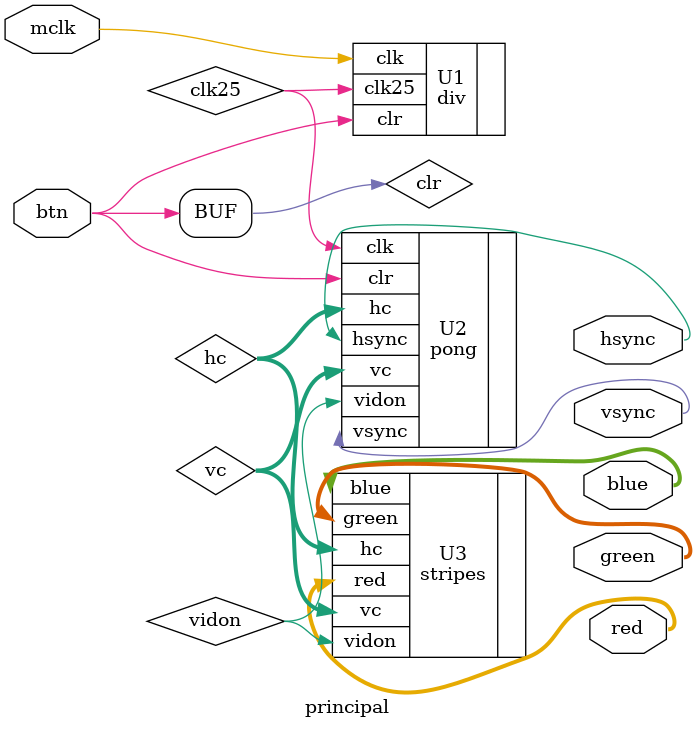
<source format=v>
`timescale 1ns / 1ps
module principal(
	input wire mclk,
	input wire [3:3] btn,
	output wire hsync, vsync,
	output wire [2:0] red, green,
	output wire [1:0] blue
    );
	 
	 wire clk25, clr, vidon;
	 wire [9:0] hc, vc;

assign clr = btn[3];

div U1 (
    .clk(mclk), 
    .clr(clr), 
    .clk25(clk25)
    );


pong U2 (
    .clk(clk25), 
    .clr(clr), 
    .hsync(hsync), 
    .vsync(vsync), 
    .hc(hc), 
    .vc(vc), 
    .vidon(vidon)
    );

stripes U3 (
    .vidon(vidon), 
    .hc(hc), 
    .vc(vc), 
    .red(red), 
    .green(green), 
    .blue(blue)
    );



endmodule

</source>
